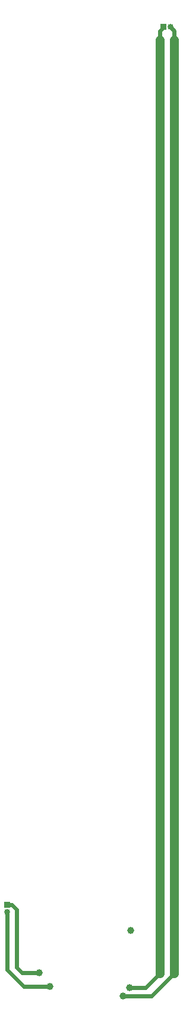
<source format=gbr>
%TF.GenerationSoftware,KiCad,Pcbnew,(5.1.9-0-10_14)*%
%TF.CreationDate,2021-11-23T16:28:05+01:00*%
%TF.ProjectId,leo_headphones,6c656f5f-6865-4616-9470-686f6e65732e,rev?*%
%TF.SameCoordinates,Original*%
%TF.FileFunction,Copper,L1,Top*%
%TF.FilePolarity,Positive*%
%FSLAX46Y46*%
G04 Gerber Fmt 4.6, Leading zero omitted, Abs format (unit mm)*
G04 Created by KiCad (PCBNEW (5.1.9-0-10_14)) date 2021-11-23 16:28:05*
%MOMM*%
%LPD*%
G01*
G04 APERTURE LIST*
%TA.AperFunction,ComponentPad*%
%ADD10C,1.000000*%
%TD*%
%TA.AperFunction,ComponentPad*%
%ADD11O,0.850000X0.850000*%
%TD*%
%TA.AperFunction,ComponentPad*%
%ADD12R,0.850000X0.850000*%
%TD*%
%TA.AperFunction,Conductor*%
%ADD13C,0.609600*%
%TD*%
%TA.AperFunction,Conductor*%
%ADD14C,0.250000*%
%TD*%
%TA.AperFunction,Conductor*%
%ADD15C,1.270000*%
%TD*%
G04 APERTURE END LIST*
D10*
%TO.P,U1,1*%
%TO.N,Net-(TP1-Pad1)*%
X160434151Y-111238920D03*
%TO.P,U1,2*%
%TO.N,Net-(J2-Pad1)*%
X160284151Y-119388920D03*
%TO.P,U1,3*%
%TO.N,Net-(J2-Pad2)*%
X159284151Y-120588920D03*
%TO.P,U1,5*%
%TO.N,Net-(J1-Pad1)*%
X147384151Y-117238920D03*
%TO.P,U1,4*%
%TO.N,Net-(J1-Pad2)*%
X148934151Y-119238920D03*
%TD*%
D11*
%TO.P,J2,2*%
%TO.N,Net-(J2-Pad2)*%
X166100000Y17053560D03*
D12*
%TO.P,J2,1*%
%TO.N,Net-(J2-Pad1)*%
X165100000Y17053560D03*
%TD*%
D11*
%TO.P,J1,2*%
%TO.N,Net-(J1-Pad2)*%
X142844520Y-108595160D03*
D12*
%TO.P,J1,1*%
%TO.N,Net-(J1-Pad1)*%
X142844520Y-107595160D03*
%TD*%
D13*
%TO.N,Net-(J1-Pad1)*%
X144170400Y-108264960D02*
X143500600Y-107595160D01*
X143500600Y-107595160D02*
X142844520Y-107595160D01*
X144924920Y-117238920D02*
X144170400Y-116484400D01*
X144170400Y-116484400D02*
X144170400Y-108264960D01*
X147384151Y-117238920D02*
X144924920Y-117238920D01*
D14*
%TO.N,Net-(J2-Pad1)*%
X165100000Y17053560D02*
X165100000Y17018000D01*
D13*
X164592000Y16510000D02*
X164592000Y15240000D01*
X165100000Y17018000D02*
X164592000Y16510000D01*
D15*
X164592000Y-117348000D02*
X164592000Y15240000D01*
D13*
X162551080Y-119388920D02*
X164592000Y-117348000D01*
X160284151Y-119388920D02*
X162551080Y-119388920D01*
%TO.N,Net-(J1-Pad2)*%
X142844520Y-116870480D02*
X145212960Y-119238920D01*
X145212960Y-119238920D02*
X148934151Y-119238920D01*
X142844520Y-108595160D02*
X142844520Y-116870480D01*
%TO.N,Net-(J2-Pad2)*%
X166100000Y17053560D02*
X166624000Y16529560D01*
X166624000Y16529560D02*
X166624000Y15240000D01*
D15*
X166624000Y15240000D02*
X166624000Y-117322600D01*
D13*
X163357680Y-120588920D02*
X159284151Y-120588920D01*
X166624000Y-117322600D02*
X163357680Y-120588920D01*
%TD*%
M02*

</source>
